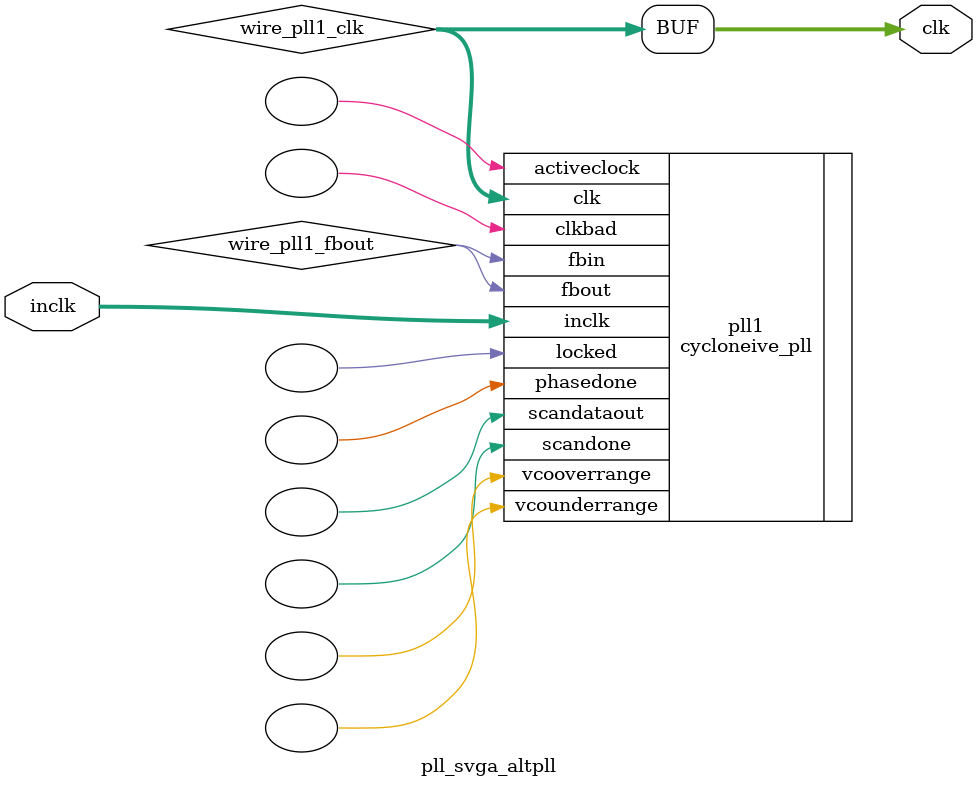
<source format=v>






//synthesis_resources = cycloneive_pll 1 
//synopsys translate_off
`timescale 1 ps / 1 ps
//synopsys translate_on
module  pll_svga_altpll
	( 
	clk,
	inclk) /* synthesis synthesis_clearbox=1 */;
	output   [4:0]  clk;
	input   [1:0]  inclk;
`ifndef ALTERA_RESERVED_QIS
// synopsys translate_off
`endif
	tri0   [1:0]  inclk;
`ifndef ALTERA_RESERVED_QIS
// synopsys translate_on
`endif

	wire  [4:0]   wire_pll1_clk;
	wire  wire_pll1_fbout;

	cycloneive_pll   pll1
	( 
	.activeclock(),
	.clk(wire_pll1_clk),
	.clkbad(),
	.fbin(wire_pll1_fbout),
	.fbout(wire_pll1_fbout),
	.inclk(inclk),
	.locked(),
	.phasedone(),
	.scandataout(),
	.scandone(),
	.vcooverrange(),
	.vcounderrange()
	`ifndef FORMAL_VERIFICATION
	// synopsys translate_off
	`endif
	,
	.areset(1'b0),
	.clkswitch(1'b0),
	.configupdate(1'b0),
	.pfdena(1'b1),
	.phasecounterselect({3{1'b0}}),
	.phasestep(1'b0),
	.phaseupdown(1'b0),
	.scanclk(1'b0),
	.scanclkena(1'b1),
	.scandata(1'b0)
	`ifndef FORMAL_VERIFICATION
	// synopsys translate_on
	`endif
	);
	defparam
		pll1.bandwidth_type = "auto",
		pll1.clk0_divide_by = 5,
		pll1.clk0_duty_cycle = 50,
		pll1.clk0_multiply_by = 4,
		pll1.clk0_phase_shift = "0",
		pll1.compensate_clock = "clk0",
		pll1.inclk0_input_frequency = 20000,
		pll1.operation_mode = "normal",
		pll1.pll_type = "auto",
		pll1.lpm_type = "cycloneive_pll";
	assign
		clk = {wire_pll1_clk[4:0]};
endmodule //pll_svga_altpll
//VALID FILE

</source>
